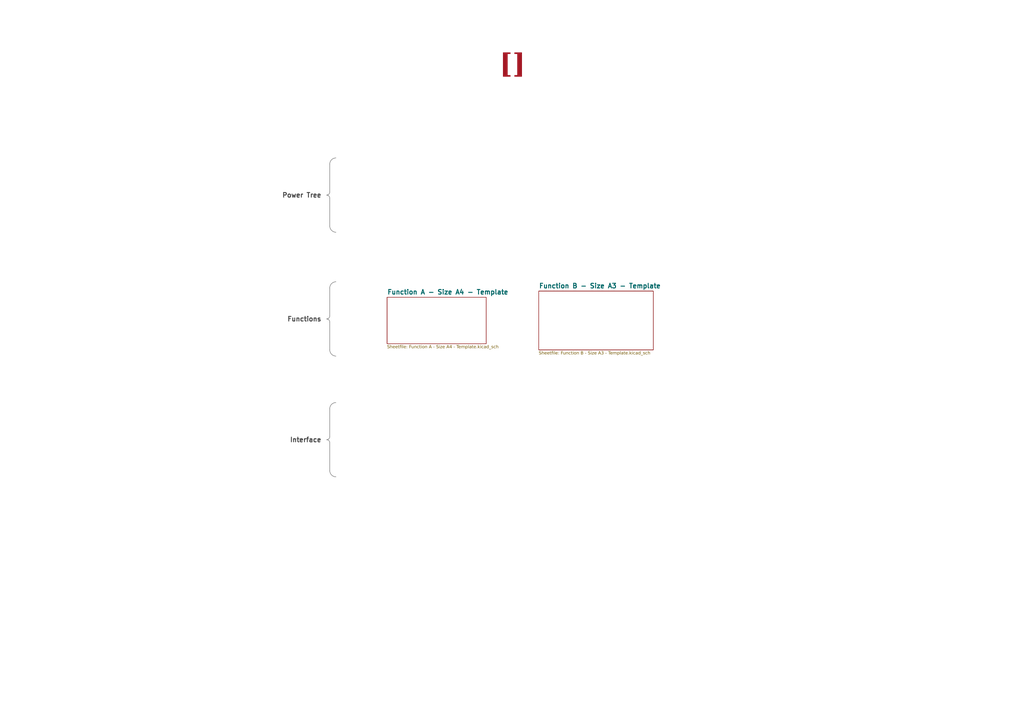
<source format=kicad_sch>
(kicad_sch
	(version 20250114)
	(generator "eeschema")
	(generator_version "9.0")
	(uuid "43756dca-f8f6-4179-bbe2-5af9585c666d")
	(paper "A3")
	(title_block
		(title "${SHEETNAME}")
		(date "Last Modified Date")
		(rev "${REVISION}")
		(company "${COMPANY}")
	)
	(lib_symbols)
	(arc
		(start 137.795 95.25)
		(mid 136.0048 94.5002)
		(end 135.255 92.71)
		(stroke
			(width 0)
			(type default)
			(color 72 72 72 1)
		)
		(fill
			(type none)
		)
		(uuid 221e5ae9-9012-49b0-a502-aa02facef6be)
	)
	(arc
		(start 135.255 118.11)
		(mid 135.9989 116.3139)
		(end 137.795 115.57)
		(stroke
			(width 0)
			(type default)
			(color 72 72 72 1)
		)
		(fill
			(type none)
		)
		(uuid 421f2c64-1aa3-4cfb-996f-f5c6a2c6e33b)
	)
	(arc
		(start 137.795 146.05)
		(mid 136.0048 145.3002)
		(end 135.255 143.51)
		(stroke
			(width 0)
			(type default)
			(color 72 72 72 1)
		)
		(fill
			(type none)
		)
		(uuid 92ecfa76-3b49-4f7b-8fc8-89a8db376f3a)
	)
	(arc
		(start 133.985 180.34)
		(mid 134.8801 180.7149)
		(end 135.255 181.61)
		(stroke
			(width 0)
			(type default)
			(color 72 72 72 1)
		)
		(fill
			(type none)
		)
		(uuid b3a8560e-e4b4-4b46-a616-fbb0d068fd0c)
	)
	(arc
		(start 133.985 130.81)
		(mid 134.8801 131.1849)
		(end 135.255 132.08)
		(stroke
			(width 0)
			(type default)
			(color 72 72 72 1)
		)
		(fill
			(type none)
		)
		(uuid b8191cba-6c47-4688-960c-a26607dc85dd)
	)
	(arc
		(start 135.255 167.64)
		(mid 135.9989 165.8439)
		(end 137.795 165.1)
		(stroke
			(width 0)
			(type default)
			(color 72 72 72 1)
		)
		(fill
			(type none)
		)
		(uuid bd9c6984-c0fd-4933-9451-7b2f3a8f4ef2)
	)
	(arc
		(start 135.255 179.07)
		(mid 134.8801 179.9651)
		(end 133.985 180.34)
		(stroke
			(width 0)
			(type default)
			(color 72 72 72 1)
		)
		(fill
			(type none)
		)
		(uuid c1f05799-fa36-494b-a2d0-4b30b41f0b44)
	)
	(arc
		(start 133.985 80.01)
		(mid 134.8801 80.3849)
		(end 135.255 81.28)
		(stroke
			(width 0)
			(type default)
			(color 72 72 72 1)
		)
		(fill
			(type none)
		)
		(uuid c360f8dd-9065-4112-8b89-b0fc5c6a5346)
	)
	(arc
		(start 137.795 195.58)
		(mid 136.0048 194.8302)
		(end 135.255 193.04)
		(stroke
			(width 0)
			(type default)
			(color 72 72 72 1)
		)
		(fill
			(type none)
		)
		(uuid c82c4897-cb3e-4623-9002-ea2fa5ef9cd4)
	)
	(arc
		(start 135.255 78.74)
		(mid 134.8801 79.6351)
		(end 133.985 80.01)
		(stroke
			(width 0)
			(type default)
			(color 72 72 72 1)
		)
		(fill
			(type none)
		)
		(uuid e5fcca06-046e-4267-aeb2-f74f72e23028)
	)
	(arc
		(start 135.255 129.54)
		(mid 134.8801 130.4351)
		(end 133.985 130.81)
		(stroke
			(width 0)
			(type default)
			(color 72 72 72 1)
		)
		(fill
			(type none)
		)
		(uuid e7595209-ecb7-40a5-a162-8a64e73afbff)
	)
	(arc
		(start 135.255 67.31)
		(mid 135.9989 65.5139)
		(end 137.795 64.77)
		(stroke
			(width 0)
			(type default)
			(color 72 72 72 1)
		)
		(fill
			(type none)
		)
		(uuid f6011bf8-6a72-4e1a-8da8-e62439a9110e)
	)
	(text_box "Interface"
		(exclude_from_sim no)
		(at 104.14 177.8 0)
		(size 29.21 5.08)
		(margins 1.4287 1.4287 1.4287 1.4287)
		(stroke
			(width -0.0001)
			(type solid)
		)
		(fill
			(type none)
		)
		(effects
			(font
				(size 1.905 1.905)
				(thickness 0.381)
				(bold yes)
				(color 72 72 72 1)
			)
			(justify right top)
		)
		(uuid "07b981cb-1ad1-4aa4-bdad-51621740a178")
	)
	(text_box "[${#}] ${SHEETNAME}"
		(exclude_from_sim no)
		(at 12.7 20.32 0)
		(size 394.97 12.7)
		(margins 5.9999 5.9999 5.9999 5.9999)
		(stroke
			(width -0.0001)
			(type solid)
		)
		(fill
			(type none)
		)
		(effects
			(font
				(face "Times New Roman")
				(size 8 8)
				(thickness 1.2)
				(bold yes)
				(color 162 22 34 1)
			)
		)
		(uuid "7fa5cc40-6c97-487c-9cc7-412504f68533")
	)
	(text_box "Functions"
		(exclude_from_sim no)
		(at 104.14 128.27 0)
		(size 29.21 5.08)
		(margins 1.4287 1.4287 1.4287 1.4287)
		(stroke
			(width -0.0001)
			(type solid)
		)
		(fill
			(type none)
		)
		(effects
			(font
				(size 1.905 1.905)
				(thickness 0.381)
				(bold yes)
				(color 72 72 72 1)
			)
			(justify right top)
		)
		(uuid "8af2f54d-f158-4d4c-bc90-ac4fa35800ee")
	)
	(text_box "Power Tree"
		(exclude_from_sim no)
		(at 104.14 77.47 0)
		(size 29.21 5.08)
		(margins 1.4287 1.4287 1.4287 1.4287)
		(stroke
			(width -0.0001)
			(type solid)
		)
		(fill
			(type none)
		)
		(effects
			(font
				(size 1.905 1.905)
				(thickness 0.381)
				(bold yes)
				(color 72 72 72 1)
			)
			(justify right top)
		)
		(uuid "8d74f9cd-14fe-45e6-9ff3-6b711f32ee37")
	)
	(polyline
		(pts
			(xy 135.255 78.74) (xy 135.255 67.31)
		)
		(stroke
			(width 0)
			(type default)
			(color 72 72 72 1)
		)
		(uuid "1e8c97f5-15c1-4b49-87ee-388302c559c1")
	)
	(polyline
		(pts
			(xy 135.255 179.07) (xy 135.255 167.64)
		)
		(stroke
			(width 0)
			(type default)
			(color 72 72 72 1)
		)
		(uuid "359c02c6-490a-441b-b376-2ea9d8cfce76")
	)
	(polyline
		(pts
			(xy 135.255 181.61) (xy 135.255 193.04)
		)
		(stroke
			(width 0)
			(type default)
			(color 72 72 72 1)
		)
		(uuid "45231cec-b473-4a88-aa95-b4098cc3ff08")
	)
	(polyline
		(pts
			(xy 135.255 132.08) (xy 135.255 143.51)
		)
		(stroke
			(width 0)
			(type default)
			(color 72 72 72 1)
		)
		(uuid "682ff44e-8b73-4ce4-8abf-4baf6f4c92b9")
	)
	(polyline
		(pts
			(xy 135.255 129.54) (xy 135.255 118.11)
		)
		(stroke
			(width 0)
			(type default)
			(color 72 72 72 1)
		)
		(uuid "b14fc0cb-8377-414a-b30c-b206ced886e8")
	)
	(polyline
		(pts
			(xy 135.255 81.28) (xy 135.255 92.71)
		)
		(stroke
			(width 0)
			(type default)
			(color 72 72 72 1)
		)
		(uuid "d4240346-527e-425b-aaa9-c820f10308a7")
	)
	(sheet
		(at 158.75 121.92)
		(size 40.64 19.05)
		(exclude_from_sim no)
		(in_bom yes)
		(on_board yes)
		(dnp no)
		(fields_autoplaced yes)
		(stroke
			(width 0.1524)
			(type solid)
		)
		(fill
			(color 0 0 0 0.0000)
		)
		(uuid "7d5a1283-086b-46b0-8df7-a9850521fb5e")
		(property "Sheetname" "Function A - Size A4 - Template"
			(at 158.75 120.8909 0)
			(effects
				(font
					(size 1.905 1.905)
					(bold yes)
				)
				(justify left bottom)
			)
		)
		(property "Sheetfile" "Function A - Size A4 - Template.kicad_sch"
			(at 158.75 141.5546 0)
			(show_name yes)
			(effects
				(font
					(face "Arial")
					(size 1.27 1.27)
				)
				(justify left top)
			)
		)
		(instances
			(project "KiCad_Template_Genernal"
				(path "/0650c7a8-acba-429c-9f8e-eec0baf0bc1c/fede4c36-00cc-4d3d-b71c-5243ba232202"
					(page "5")
				)
			)
		)
	)
	(sheet
		(at 220.98 119.38)
		(size 46.99 24.13)
		(exclude_from_sim no)
		(in_bom yes)
		(on_board yes)
		(dnp no)
		(fields_autoplaced yes)
		(stroke
			(width 0.1524)
			(type solid)
		)
		(fill
			(color 0 0 0 0.0000)
		)
		(uuid "e6015f1e-cbce-46f4-85e1-3d5463a17dc1")
		(property "Sheetname" "Function B - Size A3 - Template"
			(at 220.98 118.3509 0)
			(effects
				(font
					(size 1.905 1.905)
					(bold yes)
				)
				(justify left bottom)
			)
		)
		(property "Sheetfile" "Function B - Size A3 - Template.kicad_sch"
			(at 220.98 144.0946 0)
			(show_name yes)
			(effects
				(font
					(face "Arial")
					(size 1.27 1.27)
				)
				(justify left top)
			)
		)
		(instances
			(project "KiCad_Template_Genernal"
				(path "/0650c7a8-acba-429c-9f8e-eec0baf0bc1c/fede4c36-00cc-4d3d-b71c-5243ba232202"
					(page "6")
				)
			)
		)
	)
)

</source>
